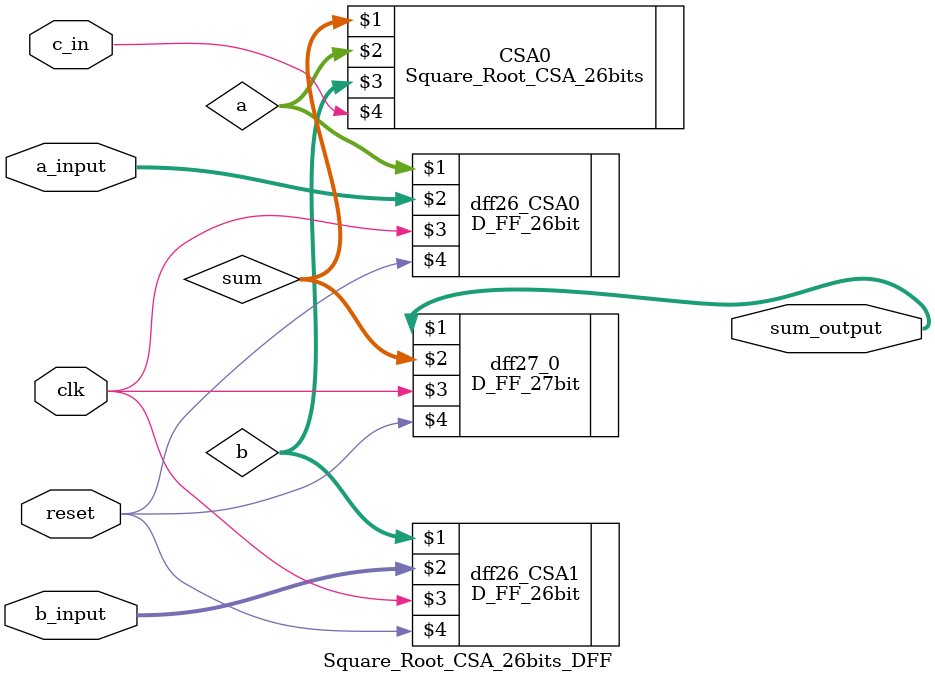
<source format=v>
`include "Square_Root_CSA_26bits.v"
`include "D_FF_26bit.v"
`include "D_FF_27bit.v"

module Square_Root_CSA_26bits_DFF (sum_output, a_input, b_input, c_in, clk, reset);

    output [27-1:0] sum_output;  // module에서는 input, output이 wire로 선언됨. 
    input [26-1:0] a_input, b_input; // module에서는 reg는 behavior level에서만 사용 할 수 있음.
    input clk, reset;
    input c_in;

    wire [27-1:0] sum;
    wire [26-1:0] a,b ;

    D_FF_26bit dff26_CSA0 ( a, a_input, clk, reset);
    D_FF_26bit dff26_CSA1 ( b, b_input, clk, reset);

    Square_Root_CSA_26bits CSA0 (sum, a, b, c_in);

    D_FF_27bit dff27_0 ( sum_output, sum, clk, reset);

endmodule
/*
module D_FF_26bit (q, d, clk, reset);

output [26-1:0] q;
input  [26-1:0] d;
input  clk, reset;

reg    [26-1:0] q;

always @ (negedge clk) begin
    if(reset)
        q <= 1'b0;
    else 
	    q <= d;
end
endmodule

module D_FF_27bit (q, d, clk, reset);
output [27-1:0] q;
input  [27-1:0] d;
input  clk, reset;

reg    [27-1:0] q;

always @ (negedge clk) begin
    if(reset)
        q <= 1'b0;
    else 
	q <= d;
end
endmodule */

</source>
